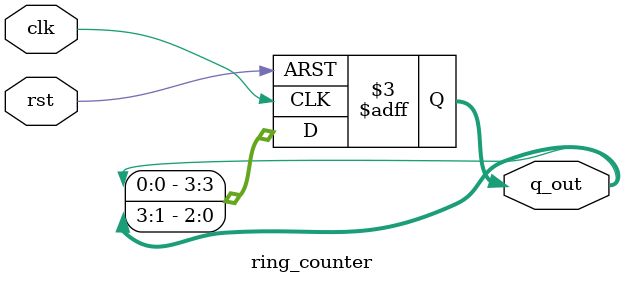
<source format=sv>
`timescale 1ns / 1ps


module ring_counter(
    output logic [3:0] q_out,

    input wire rst,
    input wire clk
    );

    always_ff @( posedge clk or negedge rst ) begin : ring
        if(~rst) q_out<= 4'b1000;
        else q_out<= {q_out[0], q_out[3:1]};
    end
endmodule

</source>
